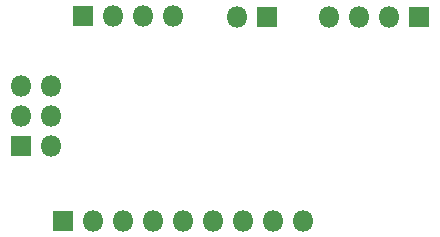
<source format=gbs>
%TF.GenerationSoftware,KiCad,Pcbnew,(5.1.6-0-10_14)*%
%TF.CreationDate,2020-11-29T14:34:25+01:00*%
%TF.ProjectId,ArduinoClone,41726475-696e-46f4-936c-6f6e652e6b69,v1.0*%
%TF.SameCoordinates,Original*%
%TF.FileFunction,Soldermask,Bot*%
%TF.FilePolarity,Negative*%
%FSLAX46Y46*%
G04 Gerber Fmt 4.6, Leading zero omitted, Abs format (unit mm)*
G04 Created by KiCad (PCBNEW (5.1.6-0-10_14)) date 2020-11-29 14:34:25*
%MOMM*%
%LPD*%
G01*
G04 APERTURE LIST*
%ADD10O,1.800000X1.800000*%
%ADD11R,1.800000X1.800000*%
G04 APERTURE END LIST*
D10*
%TO.C,BT1*%
X112141000Y-128778000D03*
D11*
X114681000Y-128778000D03*
%TD*%
%TO.C,J1*%
X97409000Y-146050000D03*
D10*
X99949000Y-146050000D03*
X102489000Y-146050000D03*
X105029000Y-146050000D03*
X107569000Y-146050000D03*
X110109000Y-146050000D03*
X112649000Y-146050000D03*
X115189000Y-146050000D03*
X117729000Y-146050000D03*
%TD*%
D11*
%TO.C,J2*%
X99060000Y-128728000D03*
D10*
X101600000Y-128728000D03*
X104140000Y-128728000D03*
X106680000Y-128728000D03*
%TD*%
%TO.C,J3*%
X119888000Y-128778000D03*
X122428000Y-128778000D03*
X124968000Y-128778000D03*
D11*
X127508000Y-128778000D03*
%TD*%
%TO.C,J4*%
X93853000Y-139700000D03*
D10*
X96393000Y-139700000D03*
X93853000Y-137160000D03*
X96393000Y-137160000D03*
X93853000Y-134620000D03*
X96393000Y-134620000D03*
%TD*%
M02*

</source>
